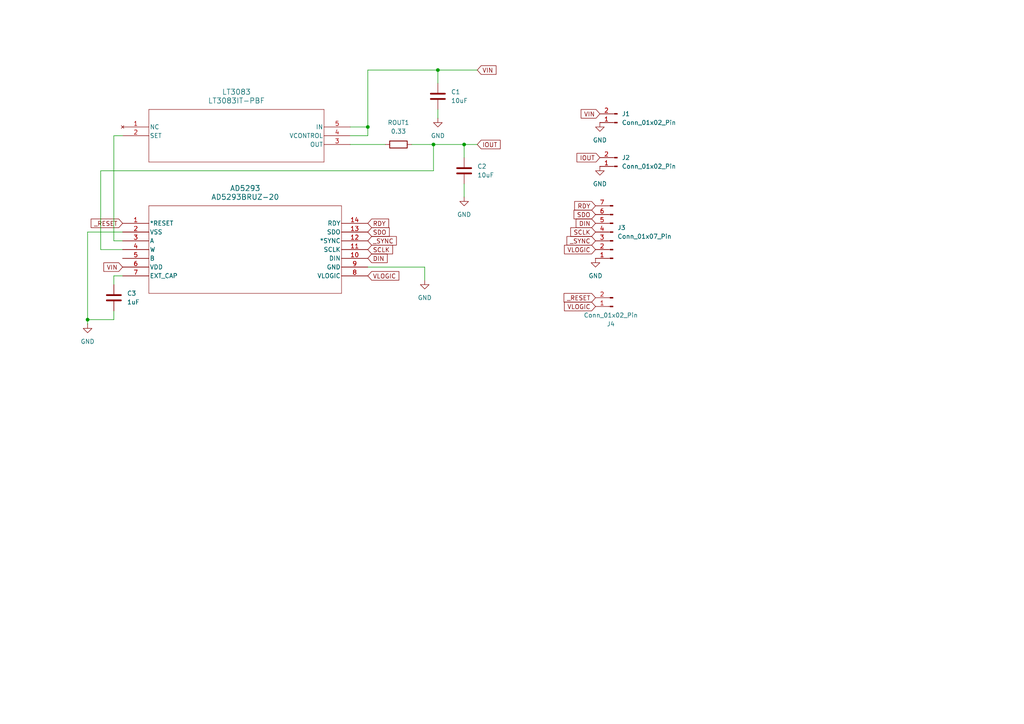
<source format=kicad_sch>
(kicad_sch (version 20231120) (generator "eeschema") (generator_version "8.0")
  (paper "A4")
  (lib_symbols
    (symbol "Connector:Conn_01x02_Pin" (pin_names (offset 1.016) hide)
      (property "Reference" "J" (at 0 2.54 0))
      (property "Value" "Conn_01x02_Pin" (at 0 -5.08 0))
      (symbol "Conn_01x02_Pin_1_1"
        (polyline (pts (xy 1.27 -2.54) (xy 0.8636 -2.54)) (stroke (width 0.1524)))
        (polyline (pts (xy 1.27 0) (xy 0.8636 0)) (stroke (width 0.1524)))
        (rectangle (start 0.8636 -2.413) (end 0 -2.667) (stroke (width 0.1524)) (fill (type outline)))
        (rectangle (start 0.8636 0.127) (end 0 -0.127) (stroke (width 0.1524)) (fill (type outline)))
        (pin passive line (at 5.08 0 180) (length 3.81) (name "Pin_1") (number "1"))
        (pin passive line (at 5.08 -2.54 180) (length 3.81) (name "Pin_2") (number "2"))
      )
    )
    (symbol "Connector:Conn_01x07_Pin" (pin_names (offset 1.016) hide)
      (property "Reference" "J" (at 0 10.16 0))
      (property "Value" "Conn_01x07_Pin" (at 0 -10.16 0))
      (symbol "Conn_01x07_Pin_1_1"
        (polyline (pts (xy 1.27 -7.62) (xy 0.8636 -7.62)) (stroke (width 0.1524)))
        (polyline (pts (xy 1.27 -5.08) (xy 0.8636 -5.08)) (stroke (width 0.1524)))
        (polyline (pts (xy 1.27 -2.54) (xy 0.8636 -2.54)) (stroke (width 0.1524)))
        (polyline (pts (xy 1.27 0) (xy 0.8636 0)) (stroke (width 0.1524)))
        (polyline (pts (xy 1.27 2.54) (xy 0.8636 2.54)) (stroke (width 0.1524)))
        (polyline (pts (xy 1.27 5.08) (xy 0.8636 5.08)) (stroke (width 0.1524)))
        (polyline (pts (xy 1.27 7.62) (xy 0.8636 7.62)) (stroke (width 0.1524)))
        (rectangle (start 0.8636 -7.493) (end 0 -7.747) (stroke (width 0.1524)) (fill (type outline)))
        (rectangle (start 0.8636 -4.953) (end 0 -5.207) (stroke (width 0.1524)) (fill (type outline)))
        (rectangle (start 0.8636 -2.413) (end 0 -2.667) (stroke (width 0.1524)) (fill (type outline)))
        (rectangle (start 0.8636 0.127) (end 0 -0.127) (stroke (width 0.1524)) (fill (type outline)))
        (rectangle (start 0.8636 2.667) (end 0 2.413) (stroke (width 0.1524)) (fill (type outline)))
        (rectangle (start 0.8636 5.207) (end 0 4.953) (stroke (width 0.1524)) (fill (type outline)))
        (rectangle (start 0.8636 7.747) (end 0 7.493) (stroke (width 0.1524)) (fill (type outline)))
        (pin passive line (at 5.08 7.62 180) (length 3.81) (name "Pin_1") (number "1"))
        (pin passive line (at 5.08 5.08 180) (length 3.81) (name "Pin_2") (number "2"))
        (pin passive line (at 5.08 2.54 180) (length 3.81) (name "Pin_3") (number "3"))
        (pin passive line (at 5.08 0 180) (length 3.81) (name "Pin_4") (number "4"))
        (pin passive line (at 5.08 -2.54 180) (length 3.81) (name "Pin_5") (number "5"))
        (pin passive line (at 5.08 -5.08 180) (length 3.81) (name "Pin_6") (number "6"))
        (pin passive line (at 5.08 -7.62 180) (length 3.81) (name "Pin_7") (number "7"))
      )
    )
    (symbol "Device:C" (pin_numbers hide) (pin_names (offset 0.254))
      (property "Reference" "C" (at 0.635 2.54 0))
      (property "Value" "C" (at 0.635 -2.54 0))
      (symbol "C_0_1"
        (polyline (pts (xy -2.032 -0.762) (xy 2.032 -0.762)) (stroke (width 0.508)))
        (polyline (pts (xy -2.032 0.762) (xy 2.032 0.762)) (stroke (width 0.508)))
      )
      (symbol "C_1_1"
        (pin passive line (at 0 3.81 270) (length 2.794) (name "~") (number "1"))
        (pin passive line (at 0 -3.81 90) (length 2.794) (name "~") (number "2"))
      )
    )
    (symbol "Device:R" (pin_numbers hide) (pin_names (offset 0))
      (property "Reference" "R" (at 2.032 0 90))
      (property "Value" "R" (at 0 0 90))
      (symbol "R_0_1"
        (rectangle (start -1.016 -2.54) (end 1.016 2.54) (stroke (width 0.254)))
      )
      (symbol "R_1_1"
        (pin passive line (at 0 3.81 270) (length 1.27) (name "~") (number "1"))
        (pin passive line (at 0 -3.81 90) (length 1.27) (name "~") (number "2"))
      )
    )
    (symbol "StiMo:AD5293BRUZ-20" (pin_names (offset 0.254))
      (property "Reference" "U" (at 35.56 10.16 0))
      (property "Value" "AD5293BRUZ-20" (at 35.56 7.62 0))
      (symbol "AD5293BRUZ-20_0_1"
        (polyline (pts (xy 7.62 -20.32) (xy 63.5 -20.32)) (stroke (width 0.127)))
        (polyline (pts (xy 7.62 5.08) (xy 7.62 -20.32)) (stroke (width 0.127)))
        (polyline (pts (xy 63.5 -20.32) (xy 63.5 5.08)) (stroke (width 0.127)))
        (polyline (pts (xy 63.5 5.08) (xy 7.62 5.08)) (stroke (width 0.127)))
        (pin unspecified line (at 0 0 0) (length 7.62) (name "*RESET") (number "1"))
        (pin input line (at 71.12 -10.16 180) (length 7.62) (name "DIN") (number "10"))
        (pin input line (at 71.12 -7.62 180) (length 7.62) (name "SCLK") (number "11"))
        (pin unspecified line (at 71.12 -5.08 180) (length 7.62) (name "*SYNC") (number "12"))
        (pin output line (at 71.12 -2.54 180) (length 7.62) (name "SDO") (number "13"))
        (pin output line (at 71.12 0 180) (length 7.62) (name "RDY") (number "14"))
        (pin power_in line (at 0 -2.54 0) (length 7.62) (name "VSS") (number "2"))
        (pin unspecified line (at 0 -5.08 0) (length 7.62) (name "A") (number "3"))
        (pin unspecified line (at 0 -7.62 0) (length 7.62) (name "W") (number "4"))
        (pin unspecified line (at 0 -10.16 0) (length 7.62) (name "B") (number "5"))
        (pin power_in line (at 0 -12.7 0) (length 7.62) (name "VDD") (number "6"))
        (pin unspecified line (at 0 -15.24 0) (length 7.62) (name "EXT_CAP") (number "7"))
        (pin power_in line (at 71.12 -15.24 180) (length 7.62) (name "VLOGIC") (number "8"))
        (pin power_in line (at 71.12 -12.7 180) (length 7.62) (name "GND") (number "9"))
      )
    )
    (symbol "StiMo:LT3083IT-PBF" (pin_names (offset 0.254))
      (property "Reference" "U" (at 33.02 10.16 0))
      (property "Value" "LT3083IT-PBF" (at 33.02 7.62 0))
      (symbol "LT3083IT-PBF_0_1"
        (polyline (pts (xy 7.62 -10.16) (xy 58.42 -10.16)) (stroke (width 0.127)))
        (polyline (pts (xy 7.62 5.08) (xy 7.62 -10.16)) (stroke (width 0.127)))
        (polyline (pts (xy 58.42 -10.16) (xy 58.42 5.08)) (stroke (width 0.127)))
        (polyline (pts (xy 58.42 5.08) (xy 7.62 5.08)) (stroke (width 0.127)))
        (pin no_connect line (at 0 0 0) (length 7.62) (name "NC") (number "1"))
        (pin unspecified line (at 0 -2.54 0) (length 7.62) (name "SET") (number "2"))
        (pin output line (at 66.04 -5.08 180) (length 7.62) (name "OUT") (number "3"))
        (pin unspecified line (at 66.04 -2.54 180) (length 7.62) (name "VCONTROL") (number "4"))
        (pin input line (at 66.04 0 180) (length 7.62) (name "IN") (number "5"))
      )
    )
    (symbol "power:GND" (power) (pin_numbers hide) (pin_names (offset 0) hide)
      (property "Value" "GND" (at 0 -3.81 0))
      (symbol "GND_0_1"
        (polyline (pts (xy 0 0) (xy 0 -1.27) (xy 1.27 -1.27) (xy 0 -2.54) (xy -1.27 -1.27) (xy 0 -1.27)))
      )
      (symbol "GND_1_1"
        (pin power_in line (at 0 0 270) (length 0) (name "~") (number "1"))
      )
    )
  )
  (junction (at 127 20.32))
  (junction (at 25.4 92.71))
  (junction (at 134.62 41.91))
  (junction (at 106.68 36.83))
  (junction (at 125.73 41.91))
  (wire (pts (xy 123.19 77.47) (xy 123.19 81.28)))
  (wire (pts (xy 106.68 20.32) (xy 127 20.32)))
  (wire (pts (xy 33.02 90.17) (xy 33.02 92.71)))
  (wire (pts (xy 106.68 36.83) (xy 101.6 36.83)))
  (wire (pts (xy 127 34.29) (xy 127 31.75)))
  (wire (pts (xy 29.21 72.39) (xy 35.56 72.39)))
  (wire (pts (xy 33.02 80.01) (xy 33.02 82.55)))
  (wire (pts (xy 106.68 77.47) (xy 123.19 77.47)))
  (wire (pts (xy 134.62 41.91) (xy 138.43 41.91)))
  (wire (pts (xy 125.73 49.53) (xy 29.21 49.53)))
  (wire (pts (xy 125.73 41.91) (xy 134.62 41.91)))
  (wire (pts (xy 101.6 39.37) (xy 106.68 39.37)))
  (wire (pts (xy 134.62 57.15) (xy 134.62 53.34)))
  (wire (pts (xy 106.68 36.83) (xy 106.68 20.32)))
  (wire (pts (xy 25.4 92.71) (xy 33.02 92.71)))
  (wire (pts (xy 125.73 41.91) (xy 125.73 49.53)))
  (wire (pts (xy 35.56 80.01) (xy 33.02 80.01)))
  (wire (pts (xy 119.38 41.91) (xy 125.73 41.91)))
  (wire (pts (xy 134.62 41.91) (xy 134.62 45.72)))
  (wire (pts (xy 25.4 67.31) (xy 25.4 92.71)))
  (wire (pts (xy 35.56 69.85) (xy 33.02 69.85)))
  (wire (pts (xy 111.76 41.91) (xy 101.6 41.91)))
  (wire (pts (xy 35.56 67.31) (xy 25.4 67.31)))
  (wire (pts (xy 33.02 69.85) (xy 33.02 39.37)))
  (wire (pts (xy 106.68 39.37) (xy 106.68 36.83)))
  (wire (pts (xy 127 20.32) (xy 138.43 20.32)))
  (wire (pts (xy 29.21 49.53) (xy 29.21 72.39)))
  (wire (pts (xy 33.02 39.37) (xy 35.56 39.37)))
  (wire (pts (xy 127 20.32) (xy 127 24.13)))
  (wire (pts (xy 25.4 92.71) (xy 25.4 93.98)))
  (global_label "DIN" (shape input) (at 106.68 74.93 0) (property "Intersheetrefs" "${INTERSHEET_REFS}" (effects (hide yes))))
  (global_label "VLOGIC" (shape input) (at 172.72 88.9 180) (property "Intersheetrefs" "${INTERSHEET_REFS}" (effects (hide yes))))
  (global_label "VIN" (shape input) (at 35.56 77.47 180) (property "Intersheetrefs" "${INTERSHEET_REFS}" (effects (hide yes))))
  (global_label "VLOGIC" (shape input) (at 106.68 80.01 0) (property "Intersheetrefs" "${INTERSHEET_REFS}" (effects (hide yes))))
  (global_label "IOUT" (shape input) (at 173.99 45.72 180) (property "Intersheetrefs" "${INTERSHEET_REFS}" (effects (hide yes))))
  (global_label "SDO" (shape input) (at 172.72 62.23 180) (property "Intersheetrefs" "${INTERSHEET_REFS}" (effects (hide yes))))
  (global_label "RDY" (shape input) (at 106.68 64.77 0) (property "Intersheetrefs" "${INTERSHEET_REFS}" (effects (hide yes))))
  (global_label "DIN" (shape input) (at 172.72 64.77 180) (property "Intersheetrefs" "${INTERSHEET_REFS}" (effects (hide yes))))
  (global_label "IOUT" (shape input) (at 138.43 41.91 0) (property "Intersheetrefs" "${INTERSHEET_REFS}" (effects (hide yes))))
  (global_label "VLOGIC" (shape input) (at 172.72 72.39 180) (property "Intersheetrefs" "${INTERSHEET_REFS}" (effects (hide yes))))
  (global_label "_RESET" (shape input) (at 172.72 86.36 180) (property "Intersheetrefs" "${INTERSHEET_REFS}" (effects (hide yes))))
  (global_label "_RESET" (shape input) (at 35.56 64.77 180) (property "Intersheetrefs" "${INTERSHEET_REFS}" (effects (hide yes))))
  (global_label "SCLK" (shape input) (at 106.68 72.39 0) (property "Intersheetrefs" "${INTERSHEET_REFS}" (effects (hide yes))))
  (global_label "RDY" (shape input) (at 172.72 59.69 180) (property "Intersheetrefs" "${INTERSHEET_REFS}" (effects (hide yes))))
  (global_label "VIN" (shape input) (at 173.99 33.02 180) (property "Intersheetrefs" "${INTERSHEET_REFS}" (effects (hide yes))))
  (global_label "_SYNC" (shape input) (at 106.68 69.85 0) (property "Intersheetrefs" "${INTERSHEET_REFS}" (effects (hide yes))))
  (global_label "VIN" (shape input) (at 138.43 20.32 0) (property "Intersheetrefs" "${INTERSHEET_REFS}" (effects (hide yes))))
  (global_label "SDO" (shape input) (at 106.68 67.31 0) (property "Intersheetrefs" "${INTERSHEET_REFS}" (effects (hide yes))))
  (global_label "SCLK" (shape input) (at 172.72 67.31 180) (property "Intersheetrefs" "${INTERSHEET_REFS}" (effects (hide yes))))
  (global_label "_SYNC" (shape input) (at 172.72 69.85 180) (property "Intersheetrefs" "${INTERSHEET_REFS}" (effects (hide yes))))
  (symbol (lib_id "power:GND") (at 173.99 48.26 0) (unit 1)
    (property "Reference" "#PWR02" (effects (hide yes)))
    (property "Value" "GND" (at 173.99 53.34 0))
    (property "Description" "Power symbol creates a global label with name \"GND\" , ground" (effects (hide yes)))
  )
  (symbol (lib_id "power:GND") (at 127 34.29 0) (unit 1)
    (property "Reference" "#PWR04" (effects (hide yes)))
    (property "Value" "GND" (at 127 39.37 0))
    (property "Description" "Power symbol creates a global label with name \"GND\" , ground" (effects (hide yes)))
  )
  (symbol (lib_id "power:GND") (at 123.19 81.28 0) (unit 1)
    (property "Reference" "#PWR05" (effects (hide yes)))
    (property "Value" "GND" (at 123.19 86.36 0))
    (property "Description" "Power symbol creates a global label with name \"GND\" , ground" (effects (hide yes)))
  )
  (symbol (lib_id "power:GND") (at 25.4 93.98 0) (unit 1)
    (property "Reference" "#PWR06" (effects (hide yes)))
    (property "Value" "GND" (at 25.4 99.06 0))
    (property "Description" "Power symbol creates a global label with name \"GND\" , ground" (effects (hide yes)))
  )
  (symbol (lib_id "Device:C") (at 134.62 49.53 0) (unit 1)
    (property "Reference" "C2" (at 138.43 48.2599 0) (effects (justify left)))
    (property "Value" "10uF" (at 138.43 50.7999 0) (effects (justify left)))
    (property "Footprint" "Capacitor_SMD:C_1206_3216Metric" (effects (hide yes)))
    (property "Description" "Unpolarized capacitor" (effects (hide yes)))
  )
  (symbol (lib_id "StiMo:LT3083IT-PBF") (at 35.56 36.83 0) (unit 1)
    (property "Reference" "LT3083" (at 68.58 26.67 0) (effects (font (size 1.524 1.524))))
    (property "Value" "LT3083IT-PBF" (at 68.58 29.21 0) (effects (font (size 1.524 1.524))))
    (property "Footprint" "StiMo:TO220-5_T" (effects (hide yes)))
    (property "Datasheet" "LT3083IT-40PBF" (effects (hide yes)))
  )
  (symbol (lib_id "power:GND") (at 173.99 35.56 0) (unit 1)
    (property "Reference" "#PWR01" (effects (hide yes)))
    (property "Value" "GND" (at 173.99 40.64 0))
    (property "Description" "Power symbol creates a global label with name \"GND\" , ground" (effects (hide yes)))
  )
  (symbol (lib_id "power:GND") (at 134.62 57.15 0) (unit 1)
    (property "Reference" "#PWR03" (effects (hide yes)))
    (property "Value" "GND" (at 134.62 62.23 0))
    (property "Description" "Power symbol creates a global label with name \"GND\" , ground" (effects (hide yes)))
  )
  (symbol (lib_id "Device:R") (at 115.57 41.91 90) (unit 1)
    (property "Reference" "ROUT1" (at 115.57 35.56 90))
    (property "Value" "0.33" (at 115.57 38.1 90))
    (property "Footprint" "Resistor_SMD:R_4020_10251Metric" (effects (hide yes)))
    (property "Description" "Resistor" (effects (hide yes)))
  )
  (symbol (lib_id "Connector:Conn_01x07_Pin") (at 177.8 67.31 180) (unit 1)
    (property "Reference" "J3" (at 179.07 66.0399 0) (effects (justify right)))
    (property "Value" "Conn_01x07_Pin" (at 179.07 68.5799 0) (effects (justify right)))
    (property "Footprint" "Connector_PinHeader_2.54mm:PinHeader_1x07_P2.54mm_Vertical" (effects (hide yes)))
    (property "Description" "Generic connector, single row, 01x07, script generated" (effects (hide yes)))
  )
  (symbol (lib_id "Connector:Conn_01x02_Pin") (at 177.8 88.9 180) (unit 1)
    (property "Reference" "J4" (at 177.165 93.98 0))
    (property "Value" "Conn_01x02_Pin" (at 177.165 91.44 0))
    (property "Footprint" "Connector_PinHeader_2.54mm:PinHeader_1x02_P2.54mm_Vertical" (effects (hide yes)))
    (property "Description" "Generic connector, single row, 01x02, script generated" (effects (hide yes)))
  )
  (symbol (lib_id "Connector:Conn_01x02_Pin") (at 179.07 48.26 180) (unit 1)
    (property "Reference" "J2" (at 180.34 45.7199 0) (effects (justify right)))
    (property "Value" "Conn_01x02_Pin" (at 180.34 48.2599 0) (effects (justify right)))
    (property "Footprint" "Connector_PinHeader_2.54mm:PinHeader_1x02_P2.54mm_Vertical" (effects (hide yes)))
    (property "Description" "Generic connector, single row, 01x02, script generated" (effects (hide yes)))
  )
  (symbol (lib_id "power:GND") (at 172.72 74.93 0) (unit 1)
    (property "Reference" "#PWR07" (effects (hide yes)))
    (property "Value" "GND" (at 172.72 80.01 0))
    (property "Description" "Power symbol creates a global label with name \"GND\" , ground" (effects (hide yes)))
  )
  (symbol (lib_id "StiMo:AD5293BRUZ-20") (at 35.56 64.77 0) (unit 1)
    (property "Reference" "AD5293" (at 71.12 54.61 0) (effects (font (size 1.524 1.524))))
    (property "Value" "AD5293BRUZ-20" (at 71.12 57.15 0) (effects (font (size 1.524 1.524))))
    (property "Footprint" "StiMo:RU_14_ADI" (effects (hide yes)))
    (property "Datasheet" "AD5293BRUZ-100" (effects (hide yes)))
  )
  (symbol (lib_id "Connector:Conn_01x02_Pin") (at 179.07 35.56 180) (unit 1)
    (property "Reference" "J1" (at 180.34 33.0199 0) (effects (justify right)))
    (property "Value" "Conn_01x02_Pin" (at 180.34 35.5599 0) (effects (justify right)))
    (property "Footprint" "Connector_PinHeader_2.54mm:PinHeader_1x02_P2.54mm_Vertical" (effects (hide yes)))
    (property "Description" "Generic connector, single row, 01x02, script generated" (effects (hide yes)))
  )
  (symbol (lib_id "Device:C") (at 33.02 86.36 0) (unit 1)
    (property "Reference" "C3" (at 36.83 85.0899 0) (effects (justify left)))
    (property "Value" "1uF" (at 36.83 87.6299 0) (effects (justify left)))
    (property "Footprint" "Capacitor_SMD:C_1206_3216Metric" (effects (hide yes)))
    (property "Description" "Unpolarized capacitor Rated >7V" (effects (hide yes)))
  )
  (symbol (lib_id "Device:C") (at 127 27.94 0) (unit 1)
    (property "Reference" "C1" (at 130.81 26.6699 0) (effects (justify left)))
    (property "Value" "10uF" (at 130.81 29.2099 0) (effects (justify left)))
    (property "Footprint" "Capacitor_SMD:C_1206_3216Metric" (effects (hide yes)))
    (property "Description" "Unpolarized capacitor" (effects (hide yes)))
  )
)
</source>
